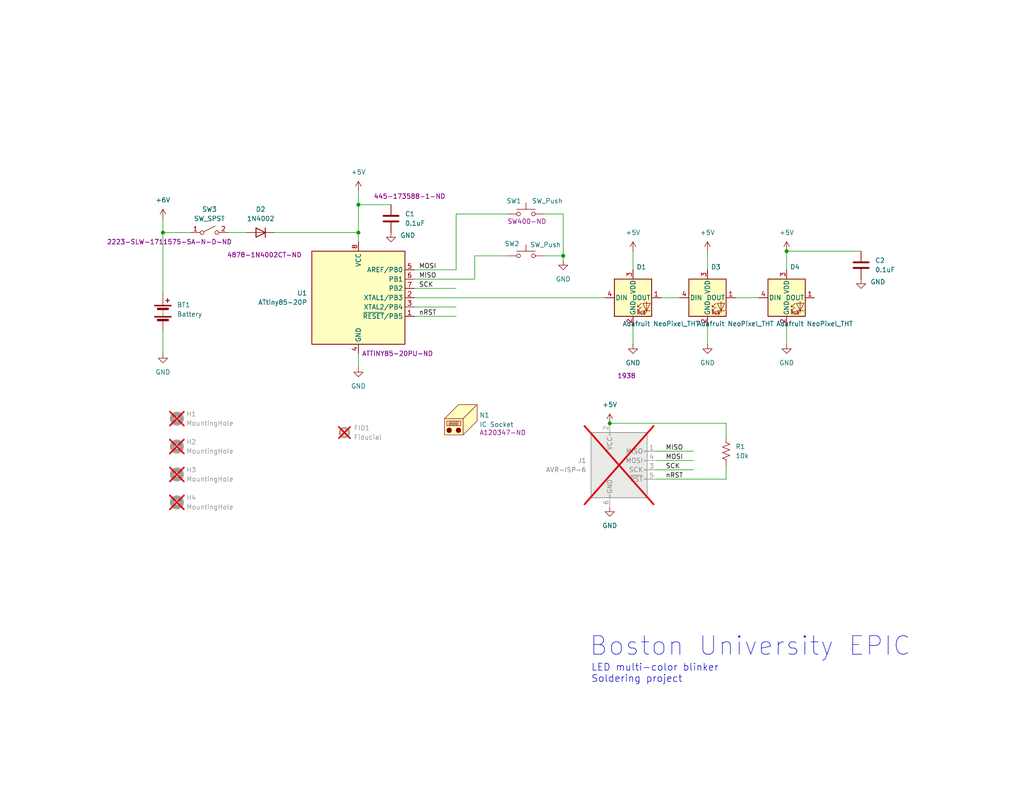
<source format=kicad_sch>
(kicad_sch (version 20231120) (generator "eeschema") (generator_version "8.0")
  (paper "USLetter")
  (lib_symbols
    (symbol "Connector:AVR-ISP-6" (pin_names (offset 1.016))
      (property "Reference" "J" (at -6.35 11.43 0))
      (property "Value" "AVR-ISP-6" (at 0 11.43 0))
      (symbol "AVR-ISP-6_0_1"
        (rectangle (start -2.667 -6.858) (end -2.413 -7.62))
        (rectangle (start -2.667 10.16) (end -2.413 9.398))
        (rectangle (start 7.62 -2.413) (end 6.858 -2.667))
        (rectangle (start 7.62 0.127) (end 6.858 -0.127))
        (rectangle (start 7.62 2.667) (end 6.858 2.413))
        (rectangle (start 7.62 5.207) (end 6.858 4.953))
        (rectangle (start 7.62 10.16) (end -7.62 -7.62) (stroke (width 0.254)) (fill (type background)))
      )
      (symbol "AVR-ISP-6_1_1"
        (pin passive line (at 10.16 5.08 180) (length 2.54) (name "MISO") (number "1"))
        (pin passive line (at -2.54 12.7 270) (length 2.54) (name "VCC") (number "2"))
        (pin passive line (at 10.16 0 180) (length 2.54) (name "SCK") (number "3"))
        (pin passive line (at 10.16 2.54 180) (length 2.54) (name "MOSI") (number "4"))
        (pin passive line (at 10.16 -2.54 180) (length 2.54) (name "~{RST}") (number "5"))
        (pin passive line (at -2.54 -10.16 90) (length 2.54) (name "GND") (number "6"))
      )
    )
    (symbol "Device:Battery" (pin_numbers hide) (pin_names (offset 0) hide)
      (property "Reference" "BT" (at 2.54 2.54 0))
      (property "Value" "Battery" (at 2.54 0 0))
      (symbol "Battery_0_1"
        (rectangle (start -2.286 -1.27) (end 2.286 -1.524) (fill (type outline)))
        (rectangle (start -2.286 1.778) (end 2.286 1.524) (fill (type outline)))
        (rectangle (start -1.524 -2.032) (end 1.524 -2.54) (fill (type outline)))
        (rectangle (start -1.524 1.016) (end 1.524 0.508) (fill (type outline)))
        (polyline (pts (xy 0 -1.016) (xy 0 -0.762)))
        (polyline (pts (xy 0 -0.508) (xy 0 -0.254)))
        (polyline (pts (xy 0 0) (xy 0 0.254)))
        (polyline (pts (xy 0 1.778) (xy 0 2.54)))
        (polyline (pts (xy 0.762 3.048) (xy 1.778 3.048)) (stroke (width 0.254)))
        (polyline (pts (xy 1.27 3.556) (xy 1.27 2.54)) (stroke (width 0.254)))
      )
      (symbol "Battery_1_1"
        (pin passive line (at 0 5.08 270) (length 2.54) (name "+") (number "1"))
        (pin passive line (at 0 -5.08 90) (length 2.54) (name "-") (number "2"))
      )
    )
    (symbol "Device:C" (pin_numbers hide) (pin_names (offset 0.254))
      (property "Reference" "C" (at 0.635 2.54 0))
      (property "Value" "C" (at 0.635 -2.54 0))
      (symbol "C_0_1"
        (polyline (pts (xy -2.032 -0.762) (xy 2.032 -0.762)) (stroke (width 0.508)))
        (polyline (pts (xy -2.032 0.762) (xy 2.032 0.762)) (stroke (width 0.508)))
      )
      (symbol "C_1_1"
        (pin passive line (at 0 3.81 270) (length 2.794) (name "~") (number "1"))
        (pin passive line (at 0 -3.81 90) (length 2.794) (name "~") (number "2"))
      )
    )
    (symbol "Device:R_US" (pin_numbers hide) (pin_names (offset 0))
      (property "Reference" "R" (at 2.54 0 90))
      (property "Value" "R_US" (at -2.54 0 90))
      (symbol "R_US_0_1"
        (polyline (pts (xy 0 -2.286) (xy 0 -2.54)))
        (polyline (pts (xy 0 2.286) (xy 0 2.54)))
        (polyline (pts (xy 0 -0.762) (xy 1.016 -1.143) (xy 0 -1.524) (xy -1.016 -1.905) (xy 0 -2.286)))
        (polyline (pts (xy 0 0.762) (xy 1.016 0.381) (xy 0 0) (xy -1.016 -0.381) (xy 0 -0.762)))
        (polyline (pts (xy 0 2.286) (xy 1.016 1.905) (xy 0 1.524) (xy -1.016 1.143) (xy 0 0.762)))
      )
      (symbol "R_US_1_1"
        (pin passive line (at 0 3.81 270) (length 1.27) (name "~") (number "1"))
        (pin passive line (at 0 -3.81 90) (length 1.27) (name "~") (number "2"))
      )
    )
    (symbol "Diode:1N4002" (pin_numbers hide) (pin_names hide)
      (property "Reference" "D" (at 0 2.54 0))
      (property "Value" "1N4002" (at 0 -2.54 0))
      (symbol "1N4002_0_1"
        (polyline (pts (xy -1.27 1.27) (xy -1.27 -1.27)) (stroke (width 0.254)))
        (polyline (pts (xy 1.27 0) (xy -1.27 0)))
        (polyline (pts (xy 1.27 1.27) (xy 1.27 -1.27) (xy -1.27 0) (xy 1.27 1.27)) (stroke (width 0.254)))
      )
      (symbol "1N4002_1_1"
        (pin passive line (at -3.81 0 0) (length 2.54) (name "K") (number "1"))
        (pin passive line (at 3.81 0 180) (length 2.54) (name "A") (number "2"))
      )
    )
    (symbol "LED:NeoPixel_THT" (pin_names (offset 0.254))
      (property "Reference" "D" (at 5.08 5.715 0))
      (property "Value" "NeoPixel_THT" (at 1.27 -5.715 0))
      (symbol "NeoPixel_THT_0_0"
        (text "RGB" (at 2.286 -4.191 0) (effects (font (size 0.762 0.762))))
      )
      (symbol "NeoPixel_THT_0_1"
        (polyline (pts (xy 1.27 -3.556) (xy 1.778 -3.556)))
        (polyline (pts (xy 1.27 -2.54) (xy 1.778 -2.54)))
        (polyline (pts (xy 4.699 -3.556) (xy 2.667 -3.556)))
        (polyline (pts (xy 2.286 -2.54) (xy 1.27 -3.556) (xy 1.27 -3.048)))
        (polyline (pts (xy 2.286 -1.524) (xy 1.27 -2.54) (xy 1.27 -2.032)))
        (polyline (pts (xy 3.683 -1.016) (xy 3.683 -3.556) (xy 3.683 -4.064)))
        (polyline (pts (xy 4.699 -1.524) (xy 2.667 -1.524) (xy 3.683 -3.556) (xy 4.699 -1.524)))
        (rectangle (start 5.08 5.08) (end -5.08 -5.08) (stroke (width 0.254)) (fill (type background)))
      )
      (symbol "NeoPixel_THT_1_1"
        (pin output line (at 7.62 0 180) (length 2.54) (name "DOUT") (number "1"))
        (pin power_in line (at 0 -7.62 90) (length 2.54) (name "GND") (number "2"))
        (pin power_in line (at 0 7.62 270) (length 2.54) (name "VDD") (number "3"))
        (pin input line (at -7.62 0 0) (length 2.54) (name "DIN") (number "4"))
      )
    )
    (symbol "MCU_Microchip_ATtiny:ATtiny85-20P"
      (property "Reference" "U" (at -12.7 13.97 0))
      (property "Value" "ATtiny85-20P" (at 2.54 -13.97 0))
      (symbol "ATtiny85-20P_0_1"
        (rectangle (start -12.7 -12.7) (end 12.7 12.7) (stroke (width 0.254)) (fill (type background)))
      )
      (symbol "ATtiny85-20P_1_1"
        (pin bidirectional line (at 15.24 -5.08 180) (length 2.54) (name "~{RESET}/PB5") (number "1"))
        (pin bidirectional line (at 15.24 0 180) (length 2.54) (name "XTAL1/PB3") (number "2"))
        (pin bidirectional line (at 15.24 -2.54 180) (length 2.54) (name "XTAL2/PB4") (number "3"))
        (pin power_in line (at 0 -15.24 90) (length 2.54) (name "GND") (number "4"))
        (pin bidirectional line (at 15.24 7.62 180) (length 2.54) (name "AREF/PB0") (number "5"))
        (pin bidirectional line (at 15.24 5.08 180) (length 2.54) (name "PB1") (number "6"))
        (pin bidirectional line (at 15.24 2.54 180) (length 2.54) (name "PB2") (number "7"))
        (pin power_in line (at 0 15.24 270) (length 2.54) (name "VCC") (number "8"))
      )
    )
    (symbol "Mechanical:Fiducial" (exclude_from_sim yes) (in_bom no)
      (property "Reference" "FID" (at 0 5.08 0))
      (property "Value" "Fiducial" (at 0 3.175 0))
      (symbol "Fiducial_0_1"
        (circle (center 0 0) (radius 1.27) (stroke (width 0.508)) (fill (type background)))
      )
    )
    (symbol "Mechanical:Housing" (pin_names (offset 1.016)) (exclude_from_sim yes)
      (property "Reference" "N" (at 3.81 0 0))
      (property "Value" "Housing" (at 3.81 -1.905 0))
      (symbol "Housing_0_1"
        (rectangle (start -5.08 -0.635) (end -1.27 -1.905))
        (circle (center -4.445 -3.175) (radius 0.635) (fill (type outline)))
        (circle (center -1.905 -3.175) (radius 0.635) (fill (type outline)))
        (polyline (pts (xy -4.5212 -1.5748) (xy -4.4704 -1.3716)))
        (polyline (pts (xy -4.4196 -1.6764) (xy -4.064 -1.6764)))
        (polyline (pts (xy -4.4196 -1.2192) (xy -4.3688 -0.9652)))
        (polyline (pts (xy -4.318 -1.3208) (xy -4.0132 -1.3208)))
        (polyline (pts (xy -4.2164 -0.9144) (xy -3.9116 -0.9144)))
        (polyline (pts (xy -3.9116 -1.6256) (xy -3.8608 -1.3716)))
        (polyline (pts (xy -3.81 -1.2192) (xy -3.7592 -0.9652)))
        (polyline (pts (xy -3.6068 -1.5748) (xy -3.556 -1.3716)))
        (polyline (pts (xy -3.5052 -1.6764) (xy -3.1496 -1.6764)))
        (polyline (pts (xy -3.5052 -1.2192) (xy -3.4544 -0.9652)))
        (polyline (pts (xy -3.4036 -1.3208) (xy -3.0988 -1.3208)))
        (polyline (pts (xy -3.302 -0.9144) (xy -2.9972 -0.9144)))
        (polyline (pts (xy -2.9972 -1.6256) (xy -2.9464 -1.3716)))
        (polyline (pts (xy -2.8956 -1.2192) (xy -2.8448 -0.9652)))
        (polyline (pts (xy -2.6924 -1.5748) (xy -2.6416 -1.3716)))
        (polyline (pts (xy -2.5908 -1.6764) (xy -2.2352 -1.6764)))
        (polyline (pts (xy -2.5908 -1.2192) (xy -2.54 -0.9652)))
        (polyline (pts (xy -2.4892 -1.3208) (xy -2.1844 -1.3208)))
        (polyline (pts (xy -2.3876 -0.9144) (xy -2.0828 -0.9144)))
        (polyline (pts (xy -2.0828 -1.6256) (xy -2.032 -1.3716)))
        (polyline (pts (xy -1.9812 -1.2192) (xy -1.9304 -0.9652)))
        (polyline (pts (xy -0.635 0) (xy -0.635 -4.445)))
        (polyline (pts (xy -5.715 0) (xy -0.635 0) (xy 3.175 3.81)))
        (polyline (pts (xy -5.715 0) (xy -5.715 -4.445) (xy -0.635 -4.445) (xy 3.175 -0.635) (xy 3.175 3.81) (xy -1.905 3.81) (xy -5.715 0)) (fill (type background)))
      )
    )
    (symbol "Mechanical:MountingHole" (pin_names (offset 1.016)) (exclude_from_sim yes) (in_bom no)
      (property "Reference" "H" (at 0 5.08 0))
      (property "Value" "MountingHole" (at 0 3.175 0))
      (symbol "MountingHole_0_1"
        (circle (center 0 0) (radius 1.27) (stroke (width 1.27)))
      )
    )
    (symbol "Switch:SW_Push" (pin_numbers hide) (pin_names (offset 1.016) hide)
      (property "Reference" "SW" (at 1.27 2.54 0))
      (property "Value" "SW_Push" (at 0 -1.524 0))
      (symbol "SW_Push_0_1"
        (circle (center -2.032 0) (radius 0.508))
        (polyline (pts (xy 0 1.27) (xy 0 3.048)))
        (polyline (pts (xy 2.54 1.27) (xy -2.54 1.27)))
        (circle (center 2.032 0) (radius 0.508))
        (pin passive line (at -5.08 0 0) (length 2.54) (name "1") (number "1"))
        (pin passive line (at 5.08 0 180) (length 2.54) (name "2") (number "2"))
      )
    )
    (symbol "Switch:SW_SPST" (pin_names (offset 0) hide)
      (property "Reference" "SW" (at 0 3.175 0))
      (property "Value" "SW_SPST" (at 0 -2.54 0))
      (symbol "SW_SPST_0_0"
        (circle (center -2.032 0) (radius 0.508))
        (polyline (pts (xy -1.524 0.254) (xy 1.524 1.778)))
        (circle (center 2.032 0) (radius 0.508))
      )
      (symbol "SW_SPST_1_1"
        (pin passive line (at -5.08 0 0) (length 2.54) (name "A") (number "1"))
        (pin passive line (at 5.08 0 180) (length 2.54) (name "B") (number "2"))
      )
    )
    (symbol "power:+5V" (power) (pin_numbers hide) (pin_names (offset 0) hide)
      (property "Value" "+5V" (at 0 3.556 0))
      (symbol "+5V_0_1"
        (polyline (pts (xy -0.762 1.27) (xy 0 2.54)))
        (polyline (pts (xy 0 0) (xy 0 2.54)))
        (polyline (pts (xy 0 2.54) (xy 0.762 1.27)))
      )
      (symbol "+5V_1_1"
        (pin power_in line (at 0 0 90) (length 0) (name "~") (number "1"))
      )
    )
    (symbol "power:+6V" (power) (pin_numbers hide) (pin_names (offset 0) hide)
      (property "Value" "+6V" (at 0 3.556 0))
      (symbol "+6V_0_1"
        (polyline (pts (xy -0.762 1.27) (xy 0 2.54)))
        (polyline (pts (xy 0 0) (xy 0 2.54)))
        (polyline (pts (xy 0 2.54) (xy 0.762 1.27)))
      )
      (symbol "+6V_1_1"
        (pin power_in line (at 0 0 90) (length 0) (name "~") (number "1"))
      )
    )
    (symbol "power:GND" (power) (pin_numbers hide) (pin_names (offset 0) hide)
      (property "Value" "GND" (at 0 -3.81 0))
      (symbol "GND_0_1"
        (polyline (pts (xy 0 0) (xy 0 -1.27) (xy 1.27 -1.27) (xy 0 -2.54) (xy -1.27 -1.27) (xy 0 -1.27)))
      )
      (symbol "GND_1_1"
        (pin power_in line (at 0 0 270) (length 0) (name "~") (number "1"))
      )
    )
  )
  (junction (at 166.37 115.57))
  (junction (at 97.79 55.88))
  (junction (at 214.63 68.58))
  (junction (at 97.79 63.5))
  (junction (at 44.45 63.5))
  (junction (at 153.67 69.85))
  (wire (pts (xy 153.67 69.85) (xy 153.67 71.12)))
  (wire (pts (xy 198.12 130.81) (xy 198.12 127)))
  (wire (pts (xy 148.59 58.42) (xy 153.67 58.42)))
  (wire (pts (xy 193.04 93.98) (xy 193.04 88.9)))
  (wire (pts (xy 44.45 59.69) (xy 44.45 63.5)))
  (wire (pts (xy 97.79 63.5) (xy 97.79 66.04)))
  (wire (pts (xy 129.54 76.2) (xy 129.54 69.85)))
  (wire (pts (xy 113.03 83.82) (xy 124.46 83.82)))
  (wire (pts (xy 179.07 128.27) (xy 189.23 128.27)))
  (wire (pts (xy 180.34 81.28) (xy 185.42 81.28)))
  (wire (pts (xy 200.66 81.28) (xy 207.01 81.28)))
  (wire (pts (xy 74.93 63.5) (xy 97.79 63.5)))
  (wire (pts (xy 113.03 73.66) (xy 124.46 73.66)))
  (wire (pts (xy 97.79 55.88) (xy 97.79 63.5)))
  (wire (pts (xy 179.07 125.73) (xy 189.23 125.73)))
  (wire (pts (xy 124.46 73.66) (xy 124.46 58.42)))
  (wire (pts (xy 214.63 68.58) (xy 234.95 68.58)))
  (wire (pts (xy 44.45 63.5) (xy 52.07 63.5)))
  (wire (pts (xy 193.04 68.58) (xy 193.04 73.66)))
  (wire (pts (xy 113.03 86.36) (xy 124.46 86.36)))
  (wire (pts (xy 124.46 58.42) (xy 138.43 58.42)))
  (wire (pts (xy 172.72 68.58) (xy 172.72 73.66)))
  (wire (pts (xy 198.12 115.57) (xy 198.12 119.38)))
  (wire (pts (xy 62.23 63.5) (xy 67.31 63.5)))
  (wire (pts (xy 44.45 96.52) (xy 44.45 90.17)))
  (wire (pts (xy 166.37 115.57) (xy 198.12 115.57)))
  (wire (pts (xy 179.07 123.19) (xy 189.23 123.19)))
  (wire (pts (xy 148.59 69.85) (xy 153.67 69.85)))
  (wire (pts (xy 153.67 58.42) (xy 153.67 69.85)))
  (wire (pts (xy 113.03 76.2) (xy 129.54 76.2)))
  (wire (pts (xy 214.63 68.58) (xy 214.63 73.66)))
  (wire (pts (xy 44.45 63.5) (xy 44.45 80.01)))
  (wire (pts (xy 214.63 93.98) (xy 214.63 88.9)))
  (wire (pts (xy 129.54 69.85) (xy 138.43 69.85)))
  (wire (pts (xy 179.07 130.81) (xy 198.12 130.81)))
  (wire (pts (xy 97.79 55.88) (xy 106.68 55.88)))
  (wire (pts (xy 97.79 52.07) (xy 97.79 55.88)))
  (wire (pts (xy 113.03 78.74) (xy 124.46 78.74)))
  (wire (pts (xy 113.03 81.28) (xy 165.1 81.28)))
  (wire (pts (xy 97.79 100.33) (xy 97.79 96.52)))
  (wire (pts (xy 172.72 93.98) (xy 172.72 88.9)))
  (text "LED multi-color blinker\nSoldering project" (at 161.29 183.896 0) (effects (font (size 1.905 1.905)) (justify left)))
  (text "Boston University EPIC" (at 204.724 176.53 0) (effects (font (size 5.08 5.08))))
  (label "nRST" (at 181.61 130.81 0))
  (label "MOSI" (at 181.61 125.73 0))
  (label "MISO" (at 181.61 123.19 0))
  (label "SCK" (at 181.61 128.27 0))
  (label "nRST" (at 114.3 86.36 0))
  (label "MISO" (at 114.3 76.2 0))
  (label "MOSI" (at 114.3 73.66 0))
  (label "SCK" (at 114.3 78.74 0))
  (symbol (lib_id "power:GND") (at 44.45 96.52 0) (unit 1)
    (property "Reference" "#PWR07" (effects (hide yes)))
    (property "Value" "GND" (at 44.45 101.6 0))
    (property "Description" "Power symbol creates a global label with name \"GND\" , ground" (effects (hide yes)))
  )
  (symbol (lib_id "Mechanical:MountingHole") (at 48.26 121.92 0) (unit 1) (exclude_from_sim yes) (in_bom no) (dnp yes)
    (property "Reference" "H2" (at 50.8 120.6499 0) (effects (justify left)))
    (property "Value" "MountingHole" (at 50.8 123.1899 0) (effects (justify left)))
    (property "Footprint" "MountingHole:MountingHole_4.3mm_M4" (effects (hide yes)))
    (property "Description" "Mounting Hole without connection" (effects (hide yes)))
  )
  (symbol (lib_id "Mechanical:MountingHole") (at 48.26 137.16 0) (unit 1) (exclude_from_sim yes) (in_bom no) (dnp yes)
    (property "Reference" "H4" (at 50.8 135.8899 0) (effects (justify left)))
    (property "Value" "MountingHole" (at 50.8 138.4299 0) (effects (justify left)))
    (property "Footprint" "MountingHole:MountingHole_4.3mm_M4" (effects (hide yes)))
    (property "Description" "Mounting Hole without connection" (effects (hide yes)))
  )
  (symbol (lib_id "Switch:SW_SPST") (at 57.15 63.5 0) (unit 1)
    (property "Reference" "SW3" (at 57.15 57.15 0))
    (property "Value" "SW_SPST" (at 57.15 59.69 0))
    (property "Footprint" "my_slide_sw:Slide_SLW-1711575-5A-N-D" (effects (hide yes)))
    (property "Description" "Single Pole Single Throw (SPST) switch" (effects (hide yes)))
    (property "CatNo" "2223-SLW-1711575-5A-N-D-ND" (at 46.228 66.04 0))
    (property "MfgNo" "SLW-1711575-5A-N-D" (effects (hide yes)))
    (property "Vendor" "DigiKey" (effects (hide yes)))
  )
  (symbol (lib_id "Switch:SW_Push") (at 143.51 69.85 0) (unit 1)
    (property "Reference" "SW2" (at 139.7 66.548 0))
    (property "Value" "SW_Push" (at 148.844 66.802 0))
    (property "Footprint" "push_sw:BTN-B3F-1000" (effects (hide yes)))
    (property "Description" "Push button switch, generic, two pins" (effects (hide yes)))
    (property "CatNo" "SW400-ND" (effects (hide yes)))
    (property "MfgNo" "CFM14JT10K0" (effects (hide yes)))
    (property "Vendor" "DigiKey" (effects (hide yes)))
  )
  (symbol (lib_id "power:GND") (at 234.95 76.2 0) (unit 1)
    (property "Reference" "#PWR013" (effects (hide yes)))
    (property "Value" "GND" (at 239.522 76.962 0))
    (property "Description" "Power symbol creates a global label with name \"GND\" , ground" (effects (hide yes)))
  )
  (symbol (lib_id "Mechanical:MountingHole") (at 48.26 129.54 0) (unit 1) (exclude_from_sim yes) (in_bom no) (dnp yes)
    (property "Reference" "H3" (at 50.8 128.2699 0) (effects (justify left)))
    (property "Value" "MountingHole" (at 50.8 130.8099 0) (effects (justify left)))
    (property "Footprint" "MountingHole:MountingHole_4.3mm_M4" (effects (hide yes)))
    (property "Description" "Mounting Hole without connection" (effects (hide yes)))
  )
  (symbol (lib_id "power:GND") (at 153.67 71.12 0) (unit 1)
    (property "Reference" "#PWR05" (effects (hide yes)))
    (property "Value" "GND" (at 153.67 76.2 0))
    (property "Description" "Power symbol creates a global label with name \"GND\" , ground" (effects (hide yes)))
  )
  (symbol (lib_id "MCU_Microchip_ATtiny:ATtiny85-20P") (at 97.79 81.28 0) (unit 1)
    (property "Reference" "U1" (at 83.82 80.0099 0) (effects (justify right)))
    (property "Value" "ATtiny85-20P" (at 83.82 82.5499 0) (effects (justify right)))
    (property "Footprint" "Package_DIP:DIP-8_W7.62mm" (effects (hide yes)))
    (property "Datasheet" "http://ww1.microchip.com/downloads/en/DeviceDoc/atmel-2586-avr-8-bit-microcontroller-attiny25-attiny45-attiny85_datasheet.pdf" (effects (hide yes)))
    (property "Description" "20MHz, 8kB Flash, 512B SRAM, 512B EEPROM, debugWIRE, DIP-8" (effects (hide yes)))
    (property "CatNo" "ATTINY85-20PU-ND" (at 108.458 96.52 0))
    (property "MfgNo" "ATTINY85-20PU" (effects (hide yes)))
    (property "Vendor" "DigiKey" (effects (hide yes)))
  )
  (symbol (lib_id "Connector:AVR-ISP-6") (at 168.91 128.27 0) (unit 1) (dnp yes)
    (property "Reference" "J1" (at 160.02 125.7299 0) (effects (justify right)))
    (property "Value" "AVR-ISP-6" (at 160.02 128.2699 0) (effects (justify right)))
    (property "Footprint" "Connector_PinHeader_2.54mm:PinHeader_2x03_P2.54mm_Vertical" (effects (hide yes)))
    (property "Description" "Atmel 6-pin ISP connector" (effects (hide yes)))
  )
  (symbol (lib_id "Mechanical:MountingHole") (at 48.26 114.3 0) (unit 1) (exclude_from_sim yes) (in_bom no) (dnp yes)
    (property "Reference" "H1" (at 50.8 113.0299 0) (effects (justify left)))
    (property "Value" "MountingHole" (at 50.8 115.5699 0) (effects (justify left)))
    (property "Footprint" "MountingHole:MountingHole_4.3mm_M4" (effects (hide yes)))
    (property "Description" "Mounting Hole without connection" (effects (hide yes)))
  )
  (symbol (lib_id "power:GND") (at 214.63 93.98 0) (unit 1)
    (property "Reference" "#PWR012" (effects (hide yes)))
    (property "Value" "GND" (at 214.63 99.06 0))
    (property "Description" "Power symbol creates a global label with name \"GND\" , ground" (effects (hide yes)))
  )
  (symbol (lib_id "Mechanical:Housing") (at 127 114.3 0) (unit 1) (exclude_from_sim yes) (on_board no)
    (property "Reference" "N1" (at 130.81 113.3474 0) (effects (justify left)))
    (property "Value" "IC Socket" (at 130.81 115.8874 0) (effects (justify left)))
    (property "Description" "DIP-8 Socket" (effects (hide yes)))
    (property "CatNo" "A120347-ND" (at 137.16 118.11 0))
    (property "MfgNo" "1-2199298-2" (effects (hide yes)))
    (property "Vendor" "DigiKey" (effects (hide yes)))
  )
  (symbol (lib_id "power:GND") (at 193.04 93.98 0) (unit 1)
    (property "Reference" "#PWR010" (effects (hide yes)))
    (property "Value" "GND" (at 193.04 99.06 0))
    (property "Description" "Power symbol creates a global label with name \"GND\" , ground" (effects (hide yes)))
  )
  (symbol (lib_id "power:+5V") (at 97.79 52.07 0) (unit 1)
    (property "Reference" "#PWR03" (effects (hide yes)))
    (property "Value" "+5V" (at 97.79 46.99 0))
    (property "Description" "Power symbol creates a global label with name \"+5V\"" (effects (hide yes)))
  )
  (symbol (lib_id "Device:Battery") (at 44.45 85.09 0) (unit 1)
    (property "Reference" "BT1" (at 48.26 83.2484 0) (effects (justify left)))
    (property "Value" "Battery" (at 48.26 85.7884 0) (effects (justify left)))
    (property "Footprint" "Connector_PinHeader_2.54mm:PinHeader_1x02_P2.54mm_Vertical" (effects (hide yes)))
    (property "Description" "Multiple-cell battery" (effects (hide yes)))
    (property "Vendor" "EPIC stock" (effects (hide yes)))
  )
  (symbol (lib_id "LED:NeoPixel_THT") (at 172.72 81.28 0) (unit 1)
    (property "Reference" "D1" (at 175.006 72.898 0))
    (property "Value" "Adafruit NeoPixel_THT" (at 180.34 88.392 0))
    (property "Footprint" "LED_THT:LED_D5.0mm-4_RGB_Wide_Pins" (effects (hide yes)))
    (property "Datasheet" "https://www.adafruit.com/product/1938" (effects (hide yes)))
    (property "Description" "RGB LED with integrated controller, 5mm/8mm LED package" (effects (hide yes)))
    (property "CatNo" "1938" (at 170.942 102.616 0))
    (property "Vendor" "Adafruit" (effects (hide yes)))
  )
  (symbol (lib_id "power:+5V") (at 172.72 68.58 0) (unit 1)
    (property "Reference" "#PWR04" (effects (hide yes)))
    (property "Value" "+5V" (at 172.72 63.5 0))
    (property "Description" "Power symbol creates a global label with name \"+5V\"" (effects (hide yes)))
  )
  (symbol (lib_id "power:+6V") (at 44.45 59.69 0) (unit 1)
    (property "Reference" "#PWR06" (effects (hide yes)))
    (property "Value" "+6V" (at 44.45 54.61 0))
    (property "Description" "Power symbol creates a global label with name \"+6V\"" (effects (hide yes)))
  )
  (symbol (lib_id "LED:NeoPixel_THT") (at 214.63 81.28 0) (unit 1)
    (property "Reference" "D4" (at 216.916 72.898 0))
    (property "Value" "Adafruit NeoPixel_THT" (at 222.25 88.392 0))
    (property "Footprint" "LED_THT:LED_D5.0mm-4_RGB_Wide_Pins" (effects (hide yes)))
    (property "Datasheet" "https://www.adafruit.com/product/1938" (effects (hide yes)))
    (property "Description" "RGB LED with integrated controller, 5mm/8mm LED package" (effects (hide yes)))
    (property "CatNo" "1938" (effects (hide yes)))
    (property "Vendor" "Adafruit" (effects (hide yes)))
  )
  (symbol (lib_id "Device:C") (at 234.95 72.39 0) (unit 1)
    (property "Reference" "C2" (at 238.76 71.1199 0) (effects (justify left)))
    (property "Value" "0.1uF" (at 238.76 73.6599 0) (effects (justify left)))
    (property "Footprint" "Capacitor_THT:C_Disc_D7.0mm_W2.5mm_P5.00mm" (effects (hide yes)))
    (property "Description" "Unpolarized capacitor" (effects (hide yes)))
    (property "CatNo" "445-173588-1-ND" (effects (hide yes)))
    (property "MfgNo" "FG28X7R1H104KNT06" (effects (hide yes)))
    (property "Vendor" "DigiKey" (effects (hide yes)))
  )
  (symbol (lib_id "Device:C") (at 106.68 59.69 0) (unit 1)
    (property "Reference" "C1" (at 110.49 58.4199 0) (effects (justify left)))
    (property "Value" "0.1uF" (at 110.49 60.9599 0) (effects (justify left)))
    (property "Footprint" "Capacitor_THT:C_Disc_D7.0mm_W2.5mm_P5.00mm" (effects (hide yes)))
    (property "Description" "Unpolarized capacitor" (effects (hide yes)))
    (property "CatNo" "445-173588-1-ND" (at 111.76 53.594 0))
    (property "MfgNo" "FG28X7R1H104KNT06" (effects (hide yes)))
    (property "Vendor" "DigiKey" (effects (hide yes)))
  )
  (symbol (lib_id "power:GND") (at 97.79 100.33 0) (unit 1)
    (property "Reference" "#PWR01" (effects (hide yes)))
    (property "Value" "GND" (at 97.79 105.41 0))
    (property "Description" "Power symbol creates a global label with name \"GND\" , ground" (effects (hide yes)))
  )
  (symbol (lib_id "power:GND") (at 172.72 93.98 0) (unit 1)
    (property "Reference" "#PWR02" (effects (hide yes)))
    (property "Value" "GND" (at 172.72 99.06 0))
    (property "Description" "Power symbol creates a global label with name \"GND\" , ground" (effects (hide yes)))
  )
  (symbol (lib_id "power:+5V") (at 193.04 68.58 0) (unit 1)
    (property "Reference" "#PWR09" (effects (hide yes)))
    (property "Value" "+5V" (at 193.04 63.5 0))
    (property "Description" "Power symbol creates a global label with name \"+5V\"" (effects (hide yes)))
  )
  (symbol (lib_id "LED:NeoPixel_THT") (at 193.04 81.28 0) (unit 1)
    (property "Reference" "D3" (at 195.326 72.898 0))
    (property "Value" "Adafruit NeoPixel_THT" (at 200.66 88.392 0))
    (property "Footprint" "LED_THT:LED_D5.0mm-4_RGB_Wide_Pins" (effects (hide yes)))
    (property "Datasheet" "https://www.adafruit.com/product/1938" (effects (hide yes)))
    (property "Description" "RGB LED with integrated controller, 5mm/8mm LED package" (effects (hide yes)))
    (property "CatNo" "1938" (effects (hide yes)))
    (property "Vendor" "Adafruit" (effects (hide yes)))
  )
  (symbol (lib_id "Device:R_US") (at 198.12 123.19 0) (unit 1)
    (property "Reference" "R1" (at 200.66 121.9199 0) (effects (justify left)))
    (property "Value" "10k" (at 200.66 124.4599 0) (effects (justify left)))
    (property "Footprint" "Resistor_THT:R_Axial_DIN0207_L6.3mm_D2.5mm_P10.16mm_Horizontal" (effects (hide yes)))
    (property "Description" "Resistor, US symbol" (effects (hide yes)))
    (property "CatNo" "S10KQCT-ND" (effects (hide yes)))
    (property "Vendor" "DigiKey" (effects (hide yes)))
  )
  (symbol (lib_id "power:GND") (at 166.37 138.43 0) (unit 1)
    (property "Reference" "#PWR014" (effects (hide yes)))
    (property "Value" "GND" (at 166.37 143.51 0))
    (property "Description" "Power symbol creates a global label with name \"GND\" , ground" (effects (hide yes)))
  )
  (symbol (lib_id "Mechanical:Fiducial") (at 93.98 118.11 0) (unit 1) (exclude_from_sim yes) (in_bom no) (dnp yes)
    (property "Reference" "FID1" (at 96.52 116.8399 0) (effects (justify left)))
    (property "Value" "Fiducial" (at 96.52 119.3799 0) (effects (justify left)))
    (property "Footprint" "gs_logo:gs_logo" (effects (hide yes)))
    (property "Description" "Fiducial Marker" (effects (hide yes)))
  )
  (symbol (lib_id "power:GND") (at 106.68 63.5 0) (unit 1)
    (property "Reference" "#PWR08" (effects (hide yes)))
    (property "Value" "GND" (at 111.252 64.262 0))
    (property "Description" "Power symbol creates a global label with name \"GND\" , ground" (effects (hide yes)))
  )
  (symbol (lib_id "Diode:1N4002") (at 71.12 63.5 0) (mirror y) (unit 1)
    (property "Reference" "D2" (at 71.12 57.15 0))
    (property "Value" "1N4002" (at 71.12 59.69 0))
    (property "Footprint" "Diode_THT:D_DO-41_SOD81_P10.16mm_Horizontal" (effects (hide yes)))
    (property "Datasheet" "http://www.vishay.com/docs/88503/1n4001.pdf" (effects (hide yes)))
    (property "Description" "100V 1A General Purpose Rectifier Diode, DO-41" (effects (hide yes)))
    (property "Sim.Device" "D" (effects (hide yes)))
    (property "Sim.Pins" "1=K 2=A" (effects (hide yes)))
    (property "CatNo" "4878-1N4002CT-ND" (at 72.136 69.596 0))
    (property "MfgNo" "1N4002" (effects (hide yes)))
    (property "Vendor" "DigiKey" (effects (hide yes)))
  )
  (symbol (lib_id "power:+5V") (at 214.63 68.58 0) (unit 1)
    (property "Reference" "#PWR011" (effects (hide yes)))
    (property "Value" "+5V" (at 214.63 63.5 0))
    (property "Description" "Power symbol creates a global label with name \"+5V\"" (effects (hide yes)))
  )
  (symbol (lib_id "Switch:SW_Push") (at 143.51 58.42 0) (unit 1)
    (property "Reference" "SW1" (at 140.208 54.864 0))
    (property "Value" "SW_Push" (at 149.352 54.864 0))
    (property "Footprint" "push_sw:BTN-B3F-1000" (effects (hide yes)))
    (property "Description" "Push button switch, generic, two pins" (effects (hide yes)))
    (property "CatNo" "SW400-ND" (at 143.764 60.452 0))
    (property "MfgNo" "CFM14JT10K0" (effects (hide yes)))
    (property "Vendor" "DigiKey" (effects (hide yes)))
  )
  (symbol (lib_id "power:+5V") (at 166.37 115.57 0) (unit 1)
    (property "Reference" "#PWR015" (effects (hide yes)))
    (property "Value" "+5V" (at 166.37 110.49 0))
    (property "Description" "Power symbol creates a global label with name \"+5V\"" (effects (hide yes)))
  )
)
</source>
